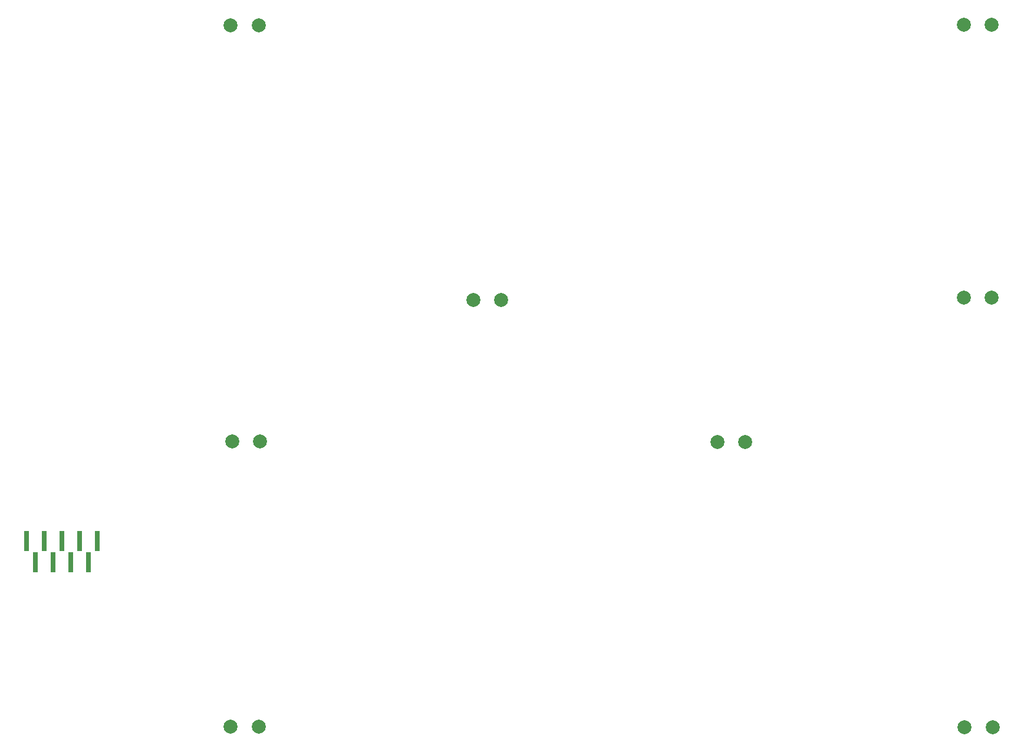
<source format=gbr>
%TF.GenerationSoftware,KiCad,Pcbnew,9.0.2*%
%TF.CreationDate,2025-06-04T15:30:10+02:00*%
%TF.ProjectId,Temp_Sensor_Circuit_Side2,54656d70-5f53-4656-9e73-6f725f436972,rev?*%
%TF.SameCoordinates,Original*%
%TF.FileFunction,Soldermask,Top*%
%TF.FilePolarity,Negative*%
%FSLAX46Y46*%
G04 Gerber Fmt 4.6, Leading zero omitted, Abs format (unit mm)*
G04 Created by KiCad (PCBNEW 9.0.2) date 2025-06-04 15:30:10*
%MOMM*%
%LPD*%
G01*
G04 APERTURE LIST*
%ADD10C,2.000000*%
%ADD11R,0.650000X3.000000*%
G04 APERTURE END LIST*
D10*
%TO.C,U7*%
X78500000Y-154537500D03*
X82500000Y-154537500D03*
%TD*%
%TO.C,U8*%
X183900000Y-154637500D03*
X187900000Y-154637500D03*
%TD*%
%TO.C,U4*%
X183800000Y-92937500D03*
X187800000Y-92937500D03*
%TD*%
D11*
%TO.C,J2*%
X59340000Y-127920000D03*
X58070000Y-130920000D03*
X56800000Y-127920000D03*
X55530000Y-130920000D03*
X54260000Y-127920000D03*
X52990000Y-130920000D03*
X51720000Y-127920000D03*
X50450000Y-130920000D03*
X49180000Y-127920000D03*
%TD*%
D10*
%TO.C,U1*%
X78500000Y-53800000D03*
X82500000Y-53800000D03*
%TD*%
%TO.C,U5*%
X78700000Y-113600000D03*
X82700000Y-113600000D03*
%TD*%
%TO.C,U6*%
X148400000Y-113637500D03*
X152400000Y-113637500D03*
%TD*%
%TO.C,U2*%
X183800000Y-53737500D03*
X187800000Y-53737500D03*
%TD*%
%TO.C,U3*%
X113300000Y-93300000D03*
X117300000Y-93300000D03*
%TD*%
M02*

</source>
